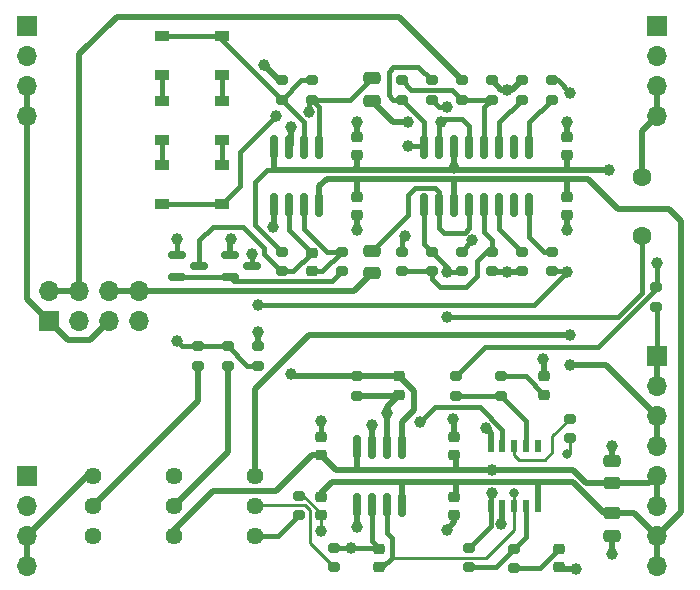
<source format=gbr>
%TF.GenerationSoftware,KiCad,Pcbnew,6.0.7-f9a2dced07~116~ubuntu22.04.1*%
%TF.CreationDate,2022-07-29T20:00:08-04:00*%
%TF.ProjectId,late_MS20_VCF_plug_in_board,6c617465-5f4d-4533-9230-5f5643465f70,0.1*%
%TF.SameCoordinates,Original*%
%TF.FileFunction,Copper,L1,Top*%
%TF.FilePolarity,Positive*%
%FSLAX46Y46*%
G04 Gerber Fmt 4.6, Leading zero omitted, Abs format (unit mm)*
G04 Created by KiCad (PCBNEW 6.0.7-f9a2dced07~116~ubuntu22.04.1) date 2022-07-29 20:00:08*
%MOMM*%
%LPD*%
G01*
G04 APERTURE LIST*
G04 Aperture macros list*
%AMRoundRect*
0 Rectangle with rounded corners*
0 $1 Rounding radius*
0 $2 $3 $4 $5 $6 $7 $8 $9 X,Y pos of 4 corners*
0 Add a 4 corners polygon primitive as box body*
4,1,4,$2,$3,$4,$5,$6,$7,$8,$9,$2,$3,0*
0 Add four circle primitives for the rounded corners*
1,1,$1+$1,$2,$3*
1,1,$1+$1,$4,$5*
1,1,$1+$1,$6,$7*
1,1,$1+$1,$8,$9*
0 Add four rect primitives between the rounded corners*
20,1,$1+$1,$2,$3,$4,$5,0*
20,1,$1+$1,$4,$5,$6,$7,0*
20,1,$1+$1,$6,$7,$8,$9,0*
20,1,$1+$1,$8,$9,$2,$3,0*%
G04 Aperture macros list end*
%TA.AperFunction,SMDPad,CuDef*%
%ADD10RoundRect,0.150000X-0.150000X0.825000X-0.150000X-0.825000X0.150000X-0.825000X0.150000X0.825000X0*%
%TD*%
%TA.AperFunction,SMDPad,CuDef*%
%ADD11RoundRect,0.225000X-0.250000X0.225000X-0.250000X-0.225000X0.250000X-0.225000X0.250000X0.225000X0*%
%TD*%
%TA.AperFunction,SMDPad,CuDef*%
%ADD12RoundRect,0.225000X0.250000X-0.225000X0.250000X0.225000X-0.250000X0.225000X-0.250000X-0.225000X0*%
%TD*%
%TA.AperFunction,SMDPad,CuDef*%
%ADD13RoundRect,0.200000X0.275000X-0.200000X0.275000X0.200000X-0.275000X0.200000X-0.275000X-0.200000X0*%
%TD*%
%TA.AperFunction,ComponentPad*%
%ADD14C,1.440000*%
%TD*%
%TA.AperFunction,SMDPad,CuDef*%
%ADD15RoundRect,0.150000X-0.587500X-0.150000X0.587500X-0.150000X0.587500X0.150000X-0.587500X0.150000X0*%
%TD*%
%TA.AperFunction,SMDPad,CuDef*%
%ADD16RoundRect,0.200000X-0.275000X0.200000X-0.275000X-0.200000X0.275000X-0.200000X0.275000X0.200000X0*%
%TD*%
%TA.AperFunction,SMDPad,CuDef*%
%ADD17R,1.200000X0.900000*%
%TD*%
%TA.AperFunction,SMDPad,CuDef*%
%ADD18RoundRect,0.250000X-0.475000X0.250000X-0.475000X-0.250000X0.475000X-0.250000X0.475000X0.250000X0*%
%TD*%
%TA.AperFunction,SMDPad,CuDef*%
%ADD19RoundRect,0.250000X0.475000X-0.250000X0.475000X0.250000X-0.475000X0.250000X-0.475000X-0.250000X0*%
%TD*%
%TA.AperFunction,ComponentPad*%
%ADD20C,1.600000*%
%TD*%
%TA.AperFunction,ComponentPad*%
%ADD21R,1.700000X1.700000*%
%TD*%
%TA.AperFunction,ComponentPad*%
%ADD22O,1.700000X1.700000*%
%TD*%
%TA.AperFunction,SMDPad,CuDef*%
%ADD23R,0.510000X1.100000*%
%TD*%
%TA.AperFunction,ViaPad*%
%ADD24C,1.000000*%
%TD*%
%TA.AperFunction,ViaPad*%
%ADD25C,0.800000*%
%TD*%
%TA.AperFunction,Conductor*%
%ADD26C,0.500000*%
%TD*%
%TA.AperFunction,Conductor*%
%ADD27C,0.290000*%
%TD*%
%TA.AperFunction,Conductor*%
%ADD28C,0.400000*%
%TD*%
G04 APERTURE END LIST*
D10*
%TO.P,U1,1*%
%TO.N,Net-(R5-Pad2)*%
X136525000Y-78805000D03*
%TO.P,U1,2,DIODE_BIAS*%
%TO.N,unconnected-(U1-Pad2)*%
X135255000Y-78805000D03*
%TO.P,U1,3,+*%
%TO.N,Net-(R4-Pad1)*%
X133985000Y-78805000D03*
%TO.P,U1,4,-*%
%TO.N,Net-(R1-Pad1)*%
X132715000Y-78805000D03*
%TO.P,U1,5*%
%TO.N,Net-(C1-Pad1)*%
X131445000Y-78805000D03*
%TO.P,U1,6,V-*%
%TO.N,-12V*%
X130175000Y-78805000D03*
%TO.P,U1,7*%
%TO.N,Net-(C1-Pad1)*%
X128905000Y-78805000D03*
%TO.P,U1,8*%
%TO.N,Net-(R3-Pad1)*%
X127635000Y-78805000D03*
%TO.P,U1,9*%
%TO.N,Net-(C3-Pad2)*%
X127635000Y-83755000D03*
%TO.P,U1,10*%
%TO.N,Net-(C2-Pad1)*%
X128905000Y-83755000D03*
%TO.P,U1,11,V+*%
%TO.N,+12V*%
X130175000Y-83755000D03*
%TO.P,U1,12*%
%TO.N,Net-(C2-Pad1)*%
X131445000Y-83755000D03*
%TO.P,U1,13,-*%
%TO.N,Net-(R11-Pad2)*%
X132715000Y-83755000D03*
%TO.P,U1,14,+*%
%TO.N,Net-(R12-Pad1)*%
X133985000Y-83755000D03*
%TO.P,U1,15,DIODE_BIAS*%
%TO.N,unconnected-(U1-Pad15)*%
X135255000Y-83755000D03*
%TO.P,U1,16*%
%TO.N,Net-(R13-Pad2)*%
X136525000Y-83755000D03*
%TD*%
D11*
%TO.P,C18,1*%
%TO.N,GND*%
X130175000Y-103352000D03*
%TO.P,C18,2*%
%TO.N,-12V*%
X130175000Y-104902000D03*
%TD*%
D12*
%TO.P,C8,1*%
%TO.N,Net-(C8-Pad1)*%
X118110000Y-89355000D03*
%TO.P,C8,2*%
%TO.N,Net-(C8-Pad2)*%
X118110000Y-87805000D03*
%TD*%
D13*
%TO.P,R2,1*%
%TO.N,Net-(R1-Pad1)*%
X133350000Y-74842500D03*
%TO.P,R2,2*%
%TO.N,GND*%
X133350000Y-73192500D03*
%TD*%
D10*
%TO.P,U3,1*%
%TO.N,/feedback_VCA/SIGNAL_OUT*%
X125730000Y-104205000D03*
%TO.P,U3,2,-*%
%TO.N,Net-(C4-Pad2)*%
X124460000Y-104205000D03*
%TO.P,U3,3,+*%
%TO.N,GND*%
X123190000Y-104205000D03*
%TO.P,U3,4,V-*%
%TO.N,-12V*%
X121920000Y-104205000D03*
%TO.P,U3,5,+*%
%TO.N,GND*%
X121920000Y-109155000D03*
%TO.P,U3,6,-*%
%TO.N,Net-(C7-Pad2)*%
X123190000Y-109155000D03*
%TO.P,U3,7*%
%TO.N,Net-(C7-Pad1)*%
X124460000Y-109155000D03*
%TO.P,U3,8,V+*%
%TO.N,+12V*%
X125730000Y-109155000D03*
%TD*%
D11*
%TO.P,C12,1*%
%TO.N,GND*%
X121920000Y-77952000D03*
%TO.P,C12,2*%
%TO.N,-12V*%
X121920000Y-79502000D03*
%TD*%
D14*
%TO.P,RV2,1,1*%
%TO.N,-12V*%
X106426000Y-111760000D03*
%TO.P,RV2,2,2*%
%TO.N,Net-(R25-Pad2)*%
X106426000Y-109220000D03*
%TO.P,RV2,3,3*%
%TO.N,GND*%
X106426000Y-106680000D03*
%TD*%
D15*
%TO.P,Q2,1,B*%
%TO.N,GND*%
X111155000Y-87950000D03*
%TO.P,Q2,2,E*%
%TO.N,Net-(Q1-Pad2)*%
X111155000Y-89850000D03*
%TO.P,Q2,3,C*%
%TO.N,/CV_scalers/SCALED_CV_OUT*%
X113030000Y-88900000D03*
%TD*%
D16*
%TO.P,R23,1*%
%TO.N,GND*%
X117043200Y-108344200D03*
%TO.P,R23,2*%
%TO.N,Net-(R23-Pad2)*%
X117043200Y-109994200D03*
%TD*%
%TO.P,R12,1*%
%TO.N,Net-(R12-Pad1)*%
X135890000Y-87717500D03*
%TO.P,R12,2*%
%TO.N,GND*%
X135890000Y-89367500D03*
%TD*%
D13*
%TO.P,R20,1*%
%TO.N,Net-(R20-Pad1)*%
X131445000Y-114410000D03*
%TO.P,R20,2*%
%TO.N,-12V*%
X131445000Y-112760000D03*
%TD*%
%TO.P,R6,1*%
%TO.N,-12V*%
X128270000Y-74842500D03*
%TO.P,R6,2*%
%TO.N,Net-(R3-Pad1)*%
X128270000Y-73192500D03*
%TD*%
D11*
%TO.P,C13,1*%
%TO.N,+12V*%
X139700000Y-83058000D03*
%TO.P,C13,2*%
%TO.N,GND*%
X139700000Y-84608000D03*
%TD*%
D17*
%TO.P,D1,1,K*%
%TO.N,Net-(C1-Pad2)*%
X105410000Y-83690000D03*
%TO.P,D1,2,A*%
%TO.N,Net-(D1-Pad2)*%
X105410000Y-80390000D03*
%TD*%
D13*
%TO.P,R1,1*%
%TO.N,Net-(R1-Pad1)*%
X130810000Y-74842500D03*
%TO.P,R1,2*%
%TO.N,Net-(J5-Pad2)*%
X130810000Y-73192500D03*
%TD*%
%TO.P,R18,1*%
%TO.N,Net-(R18-Pad1)*%
X134112000Y-99885000D03*
%TO.P,R18,2*%
%TO.N,Net-(C5-Pad1)*%
X134112000Y-98235000D03*
%TD*%
D18*
%TO.P,C9,1*%
%TO.N,+12V*%
X143510000Y-109855000D03*
%TO.P,C9,2*%
%TO.N,GND*%
X143510000Y-111755000D03*
%TD*%
D12*
%TO.P,C7,1*%
%TO.N,Net-(C7-Pad1)*%
X123825000Y-114397500D03*
%TO.P,C7,2*%
%TO.N,Net-(C7-Pad2)*%
X123825000Y-112847500D03*
%TD*%
D13*
%TO.P,R15,1*%
%TO.N,GND*%
X147218400Y-92366600D03*
%TO.P,R15,2*%
%TO.N,/feedback_VCA/SIGNAL_IN*%
X147218400Y-90716600D03*
%TD*%
D11*
%TO.P,C15,1*%
%TO.N,+12V*%
X118872000Y-108458000D03*
%TO.P,C15,2*%
%TO.N,GND*%
X118872000Y-110008000D03*
%TD*%
%TO.P,C6,1*%
%TO.N,Net-(C6-Pad1)*%
X139065000Y-112847500D03*
%TO.P,C6,2*%
%TO.N,GND*%
X139065000Y-114397500D03*
%TD*%
%TO.P,C17,1*%
%TO.N,+12V*%
X130175000Y-108458000D03*
%TO.P,C17,2*%
%TO.N,GND*%
X130175000Y-110008000D03*
%TD*%
D14*
%TO.P,RV1,1,1*%
%TO.N,GND*%
X99568000Y-111760000D03*
%TO.P,RV1,2,2*%
%TO.N,Net-(R24-Pad2)*%
X99568000Y-109220000D03*
%TO.P,RV1,3,3*%
%TO.N,/CV_scalers/RAW_CV_IN*%
X99568000Y-106680000D03*
%TD*%
D16*
%TO.P,R7,1*%
%TO.N,Net-(D5-Pad2)*%
X118110000Y-73192500D03*
%TO.P,R7,2*%
%TO.N,Net-(C1-Pad2)*%
X118110000Y-74842500D03*
%TD*%
%TO.P,R28,1*%
%TO.N,Net-(C8-Pad1)*%
X120650000Y-87717500D03*
%TO.P,R28,2*%
%TO.N,Net-(Q1-Pad2)*%
X120650000Y-89367500D03*
%TD*%
D11*
%TO.P,C16,1*%
%TO.N,GND*%
X118872000Y-103365000D03*
%TO.P,C16,2*%
%TO.N,-12V*%
X118872000Y-104915000D03*
%TD*%
D19*
%TO.P,C1,1*%
%TO.N,Net-(C1-Pad1)*%
X123190000Y-74930000D03*
%TO.P,C1,2*%
%TO.N,Net-(C1-Pad2)*%
X123190000Y-73030000D03*
%TD*%
D20*
%TO.P,C3,1*%
%TO.N,/feedback_VCA/SIGNAL_IN*%
X146050000Y-81360000D03*
%TO.P,C3,2*%
%TO.N,Net-(C3-Pad2)*%
X146050000Y-86360000D03*
%TD*%
D13*
%TO.P,R10,1*%
%TO.N,Net-(D5-Pad2)*%
X115570000Y-74842500D03*
%TO.P,R10,2*%
%TO.N,GND*%
X115570000Y-73192500D03*
%TD*%
D10*
%TO.P,U2,1*%
%TO.N,Net-(C1-Pad2)*%
X118745000Y-78805000D03*
%TO.P,U2,2,-*%
%TO.N,Net-(D5-Pad2)*%
X117475000Y-78805000D03*
%TO.P,U2,3,+*%
%TO.N,/feedback_VCA/SIGNAL_OUT*%
X116205000Y-78805000D03*
%TO.P,U2,4,V-*%
%TO.N,-12V*%
X114935000Y-78805000D03*
%TO.P,U2,5,+*%
%TO.N,GND*%
X114935000Y-83755000D03*
%TO.P,U2,6,-*%
%TO.N,Net-(C8-Pad2)*%
X116205000Y-83755000D03*
%TO.P,U2,7*%
%TO.N,Net-(C8-Pad1)*%
X117475000Y-83755000D03*
%TO.P,U2,8,V+*%
%TO.N,+12V*%
X118745000Y-83755000D03*
%TD*%
D16*
%TO.P,R24,1*%
%TO.N,Net-(Q1-Pad1)*%
X108458000Y-95695000D03*
%TO.P,R24,2*%
%TO.N,Net-(R24-Pad2)*%
X108458000Y-97345000D03*
%TD*%
D18*
%TO.P,C10,1*%
%TO.N,GND*%
X143510000Y-105415000D03*
%TO.P,C10,2*%
%TO.N,-12V*%
X143510000Y-107315000D03*
%TD*%
D21*
%TO.P,J5,1,Pin_1*%
%TO.N,/filter_core/SIGNAL_IN*%
X95885000Y-93599000D03*
D22*
%TO.P,J5,2,Pin_2*%
%TO.N,Net-(J5-Pad2)*%
X95885000Y-91059000D03*
%TO.P,J5,3,Pin_3*%
%TO.N,GND*%
X98425000Y-93599000D03*
%TO.P,J5,4,Pin_4*%
%TO.N,Net-(J5-Pad2)*%
X98425000Y-91059000D03*
%TO.P,J5,5,Pin_5*%
%TO.N,/filter_core/SIGNAL_IN*%
X100965000Y-93599000D03*
%TO.P,J5,6,Pin_6*%
%TO.N,/filter_core/HPF_INPUT_NODE*%
X100965000Y-91059000D03*
%TO.P,J5,7,Pin_7*%
%TO.N,GND*%
X103505000Y-93599000D03*
%TO.P,J5,8,Pin_8*%
%TO.N,/filter_core/HPF_INPUT_NODE*%
X103505000Y-91059000D03*
%TD*%
D15*
%TO.P,Q1,1,B*%
%TO.N,Net-(Q1-Pad1)*%
X106710000Y-87950000D03*
%TO.P,Q1,2,E*%
%TO.N,Net-(Q1-Pad2)*%
X106710000Y-89850000D03*
%TO.P,Q1,3,C*%
%TO.N,Net-(C8-Pad2)*%
X108585000Y-88900000D03*
%TD*%
D16*
%TO.P,R22,1*%
%TO.N,Net-(C7-Pad2)*%
X120015000Y-112760000D03*
%TO.P,R22,2*%
%TO.N,Net-(R22-Pad2)*%
X120015000Y-114410000D03*
%TD*%
D18*
%TO.P,C2,1*%
%TO.N,Net-(C2-Pad1)*%
X123190000Y-87630000D03*
%TO.P,C2,2*%
%TO.N,/filter_core/HPF_INPUT_NODE*%
X123190000Y-89530000D03*
%TD*%
D14*
%TO.P,RV3,1,1*%
%TO.N,Net-(R23-Pad2)*%
X113284000Y-111760000D03*
%TO.P,RV3,2,2*%
%TO.N,Net-(R22-Pad2)*%
X113284000Y-109220000D03*
%TO.P,RV3,3,3*%
%TO.N,/feedback_VCA/CV_IN*%
X113284000Y-106680000D03*
%TD*%
D17*
%TO.P,D5,1,K*%
%TO.N,Net-(D3-Pad2)*%
X105410000Y-72770000D03*
%TO.P,D5,2,A*%
%TO.N,Net-(D5-Pad2)*%
X105410000Y-69470000D03*
%TD*%
D13*
%TO.P,R13,1*%
%TO.N,/CV_scalers/SCALED_CV_OUT*%
X138430000Y-89367500D03*
%TO.P,R13,2*%
%TO.N,Net-(R13-Pad2)*%
X138430000Y-87717500D03*
%TD*%
D16*
%TO.P,R14,1*%
%TO.N,-12V*%
X130810000Y-87717500D03*
%TO.P,R14,2*%
%TO.N,Net-(C3-Pad2)*%
X130810000Y-89367500D03*
%TD*%
D17*
%TO.P,D6,1,K*%
%TO.N,Net-(D5-Pad2)*%
X110490000Y-69470000D03*
%TO.P,D6,2,A*%
%TO.N,Net-(D4-Pad1)*%
X110490000Y-72770000D03*
%TD*%
D16*
%TO.P,R25,1*%
%TO.N,Net-(Q1-Pad1)*%
X110998000Y-95695000D03*
%TO.P,R25,2*%
%TO.N,Net-(R25-Pad2)*%
X110998000Y-97345000D03*
%TD*%
%TO.P,R9,1*%
%TO.N,Net-(R11-Pad2)*%
X133350000Y-87717500D03*
%TO.P,R9,2*%
%TO.N,GND*%
X133350000Y-89367500D03*
%TD*%
%TO.P,R16,1*%
%TO.N,/feedback_VCA/SIGNAL_OUT*%
X121920000Y-98235000D03*
%TO.P,R16,2*%
%TO.N,Net-(C4-Pad2)*%
X121920000Y-99885000D03*
%TD*%
%TO.P,R11,1*%
%TO.N,Net-(C3-Pad2)*%
X128270000Y-87717500D03*
%TO.P,R11,2*%
%TO.N,Net-(R11-Pad2)*%
X128270000Y-89367500D03*
%TD*%
%TO.P,R5,1*%
%TO.N,/CV_scalers/SCALED_CV_OUT*%
X138430000Y-73192500D03*
%TO.P,R5,2*%
%TO.N,Net-(R5-Pad2)*%
X138430000Y-74842500D03*
%TD*%
D13*
%TO.P,R4,1*%
%TO.N,Net-(R4-Pad1)*%
X135890000Y-74842500D03*
%TO.P,R4,2*%
%TO.N,GND*%
X135890000Y-73192500D03*
%TD*%
%TO.P,R19,1*%
%TO.N,Net-(R18-Pad1)*%
X130302000Y-99885000D03*
%TO.P,R19,2*%
%TO.N,/feedback_VCA/SIGNAL_IN*%
X130302000Y-98235000D03*
%TD*%
D12*
%TO.P,C5,1*%
%TO.N,Net-(C5-Pad1)*%
X137795000Y-99792500D03*
%TO.P,C5,2*%
%TO.N,GND*%
X137795000Y-98242500D03*
%TD*%
D13*
%TO.P,R26,1*%
%TO.N,Net-(Q1-Pad1)*%
X113538000Y-97345000D03*
%TO.P,R26,2*%
%TO.N,GND*%
X113538000Y-95695000D03*
%TD*%
D17*
%TO.P,D2,1,K*%
%TO.N,Net-(D2-Pad1)*%
X110490000Y-80390000D03*
%TO.P,D2,2,A*%
%TO.N,Net-(C1-Pad2)*%
X110490000Y-83690000D03*
%TD*%
%TO.P,D4,1,K*%
%TO.N,Net-(D4-Pad1)*%
X110490000Y-74930000D03*
%TO.P,D4,2,A*%
%TO.N,Net-(D2-Pad1)*%
X110490000Y-78230000D03*
%TD*%
D11*
%TO.P,C11,1*%
%TO.N,+12V*%
X121920000Y-83058000D03*
%TO.P,C11,2*%
%TO.N,GND*%
X121920000Y-84608000D03*
%TD*%
D16*
%TO.P,R21,1*%
%TO.N,Net-(R20-Pad1)*%
X135255000Y-112840000D03*
%TO.P,R21,2*%
%TO.N,Net-(C6-Pad1)*%
X135255000Y-114490000D03*
%TD*%
D17*
%TO.P,D3,1,K*%
%TO.N,Net-(D1-Pad2)*%
X105410000Y-78230000D03*
%TO.P,D3,2,A*%
%TO.N,Net-(D3-Pad2)*%
X105410000Y-74930000D03*
%TD*%
D13*
%TO.P,R27,1*%
%TO.N,Net-(C8-Pad2)*%
X115570000Y-89367500D03*
%TO.P,R27,2*%
%TO.N,-12V*%
X115570000Y-87717500D03*
%TD*%
%TO.P,R8,1*%
%TO.N,Net-(R11-Pad2)*%
X125730000Y-89367500D03*
%TO.P,R8,2*%
%TO.N,Net-(R3-Pad1)*%
X125730000Y-87717500D03*
%TD*%
%TO.P,R17,1*%
%TO.N,Net-(C7-Pad1)*%
X139954000Y-103491800D03*
%TO.P,R17,2*%
%TO.N,Net-(R17-Pad2)*%
X139954000Y-101841800D03*
%TD*%
D11*
%TO.P,C14,1*%
%TO.N,GND*%
X139700000Y-77952000D03*
%TO.P,C14,2*%
%TO.N,-12V*%
X139700000Y-79502000D03*
%TD*%
%TO.P,C4,1*%
%TO.N,/feedback_VCA/SIGNAL_OUT*%
X125476000Y-98247500D03*
%TO.P,C4,2*%
%TO.N,Net-(C4-Pad2)*%
X125476000Y-99797500D03*
%TD*%
D13*
%TO.P,R3,1*%
%TO.N,Net-(R3-Pad1)*%
X125730000Y-74842500D03*
%TO.P,R3,2*%
%TO.N,Net-(R1-Pad1)*%
X125730000Y-73192500D03*
%TD*%
D23*
%TO.P,U4,1,MODE*%
%TO.N,unconnected-(U4-Pad1)*%
X137255000Y-104130000D03*
%TO.P,U4,2*%
%TO.N,Net-(R18-Pad1)*%
X136255000Y-104130000D03*
%TO.P,U4,3*%
%TO.N,Net-(R17-Pad2)*%
X135255000Y-104130000D03*
%TO.P,U4,4*%
%TO.N,Net-(C4-Pad2)*%
X134255000Y-104130000D03*
%TO.P,U4,5,GND*%
%TO.N,GND*%
X133255000Y-104130000D03*
%TO.P,U4,6,V-*%
%TO.N,-12V*%
X133255000Y-109230000D03*
%TO.P,U4,7*%
%TO.N,Net-(C7-Pad2)*%
X134255000Y-109230000D03*
%TO.P,U4,8*%
%TO.N,Net-(C7-Pad1)*%
X135255000Y-109230000D03*
%TO.P,U4,9*%
%TO.N,Net-(R20-Pad1)*%
X136255000Y-109230000D03*
%TO.P,U4,10,V+*%
%TO.N,+12V*%
X137255000Y-109230000D03*
%TD*%
D21*
%TO.P,J1,1,Pin_1*%
%TO.N,GND*%
X93980000Y-68580000D03*
D22*
%TO.P,J1,2,Pin_2*%
X93980000Y-71120000D03*
%TO.P,J1,3,Pin_3*%
%TO.N,/filter_core/SIGNAL_IN*%
X93980000Y-73660000D03*
%TO.P,J1,4,Pin_4*%
X93980000Y-76200000D03*
%TD*%
D21*
%TO.P,J2,1,Pin_1*%
%TO.N,GND*%
X93980000Y-106680000D03*
D22*
%TO.P,J2,2,Pin_2*%
X93980000Y-109220000D03*
%TO.P,J2,3,Pin_3*%
%TO.N,/CV_scalers/RAW_CV_IN*%
X93980000Y-111760000D03*
%TO.P,J2,4,Pin_4*%
X93980000Y-114300000D03*
%TD*%
D21*
%TO.P,J3,1,Pin_1*%
%TO.N,GND*%
X147320000Y-68580000D03*
D22*
%TO.P,J3,2,Pin_2*%
X147320000Y-71120000D03*
%TO.P,J3,3,Pin_3*%
%TO.N,/feedback_VCA/SIGNAL_IN*%
X147320000Y-73660000D03*
%TO.P,J3,4,Pin_4*%
X147320000Y-76200000D03*
%TD*%
D21*
%TO.P,J4,1,Pin_1*%
%TO.N,GND*%
X147320000Y-96520000D03*
D22*
%TO.P,J4,2,Pin_2*%
X147320000Y-99060000D03*
%TO.P,J4,3,Pin_3*%
%TO.N,/feedback_VCA/CV_IN*%
X147320000Y-101600000D03*
%TO.P,J4,4,Pin_4*%
X147320000Y-104140000D03*
%TO.P,J4,5,Pin_5*%
%TO.N,-12V*%
X147320000Y-106680000D03*
%TO.P,J4,6,Pin_6*%
X147320000Y-109220000D03*
%TO.P,J4,7,Pin_7*%
%TO.N,+12V*%
X147320000Y-111760000D03*
%TO.P,J4,8,Pin_8*%
X147320000Y-114300000D03*
%TD*%
D24*
%TO.N,GND*%
X114046000Y-71882000D03*
X134620000Y-89408000D03*
X143510000Y-104140000D03*
X111252000Y-86614000D03*
X121920000Y-110998000D03*
X137668000Y-96774000D03*
X121920000Y-85852000D03*
X139700000Y-76708000D03*
X139700000Y-85852000D03*
X123190000Y-102362000D03*
X121920000Y-76708000D03*
X143510000Y-113284000D03*
X113538000Y-94488000D03*
X118872000Y-102006400D03*
X130048000Y-101854000D03*
X132842000Y-102616000D03*
X140462000Y-114554000D03*
X118872000Y-111302800D03*
X114808000Y-85598000D03*
X134645400Y-73990200D03*
X129540000Y-111252000D03*
%TO.N,-12V*%
X133350000Y-108137500D03*
X131700043Y-86742043D03*
X129540000Y-75438000D03*
X143256000Y-80772000D03*
X133350000Y-106172000D03*
X130182034Y-80584500D03*
%TO.N,Net-(C1-Pad1)*%
X126238000Y-76708000D03*
X129032000Y-76708000D03*
%TO.N,Net-(C1-Pad2)*%
X117900793Y-75901207D03*
X115062000Y-76200000D03*
%TO.N,/feedback_VCA/SIGNAL_IN*%
X147320000Y-88646000D03*
%TO.N,Net-(C3-Pad2)*%
X129540000Y-93218000D03*
X129580500Y-89416520D03*
%TO.N,/feedback_VCA/SIGNAL_OUT*%
X116332000Y-77099500D03*
X116332000Y-98044000D03*
%TO.N,Net-(C4-Pad2)*%
X127254000Y-102108000D03*
X124460000Y-101346000D03*
D25*
%TO.N,Net-(C7-Pad1)*%
X135229600Y-108102400D03*
X139750800Y-104851200D03*
D24*
%TO.N,Net-(C7-Pad2)*%
X121412000Y-112776000D03*
X134154500Y-110744000D03*
%TO.N,/feedback_VCA/CV_IN*%
X139954000Y-97282000D03*
X139954000Y-94742000D03*
%TO.N,Net-(Q1-Pad1)*%
X106680000Y-86614000D03*
X106680000Y-95250000D03*
%TO.N,/CV_scalers/SCALED_CV_OUT*%
X113538000Y-92202000D03*
X139700000Y-89408000D03*
X140004800Y-74244200D03*
X113030000Y-87884000D03*
%TO.N,Net-(R3-Pad1)*%
X126238000Y-78740000D03*
X125984000Y-86360000D03*
%TD*%
D26*
%TO.N,+12V*%
X121920000Y-83058000D02*
X121920000Y-81534000D01*
X125730000Y-109155000D02*
X125730000Y-107188000D01*
X118745000Y-83755000D02*
X118745000Y-82169000D01*
X145415000Y-109855000D02*
X147320000Y-111760000D01*
X147320000Y-111760000D02*
X147320000Y-114300000D01*
X141478000Y-81534000D02*
X139700000Y-81534000D01*
X139700000Y-81534000D02*
X139700000Y-81788000D01*
X130302000Y-107188000D02*
X130302000Y-108331000D01*
X130302000Y-108331000D02*
X130175000Y-108458000D01*
X119380000Y-81534000D02*
X121920000Y-81534000D01*
X137255000Y-107347000D02*
X137414000Y-107188000D01*
X149352000Y-85090000D02*
X148336000Y-84074000D01*
X139700000Y-81788000D02*
X139700000Y-83058000D01*
X147320000Y-111760000D02*
X149352000Y-109728000D01*
X125730000Y-107188000D02*
X119837200Y-107188000D01*
X142875000Y-109855000D02*
X143510000Y-109855000D01*
X149352000Y-109728000D02*
X149352000Y-85090000D01*
X130302000Y-107188000D02*
X137414000Y-107188000D01*
X125730000Y-107188000D02*
X130302000Y-107188000D01*
X118745000Y-82169000D02*
X119380000Y-81534000D01*
X148336000Y-84074000D02*
X144018000Y-84074000D01*
X137414000Y-107188000D02*
X140208000Y-107188000D01*
X121920000Y-81534000D02*
X130048000Y-81534000D01*
X143510000Y-109855000D02*
X145415000Y-109855000D01*
X130048000Y-81534000D02*
X139700000Y-81534000D01*
X130048000Y-81534000D02*
X130175000Y-81661000D01*
X119837200Y-107188000D02*
X118872000Y-108153200D01*
X144018000Y-84074000D02*
X141478000Y-81534000D01*
X140208000Y-107188000D02*
X142875000Y-109855000D01*
X130175000Y-81661000D02*
X130175000Y-83755000D01*
X118872000Y-108153200D02*
X118872000Y-108458000D01*
X137255000Y-109230000D02*
X137255000Y-107347000D01*
%TO.N,GND*%
X147320000Y-96520000D02*
X147320000Y-99060000D01*
X133255000Y-104130000D02*
X133255000Y-103029000D01*
X135092300Y-73990200D02*
X135890000Y-73192500D01*
X140462000Y-114554000D02*
X139221500Y-114554000D01*
D27*
X118872000Y-109823142D02*
X117393058Y-108344200D01*
D26*
X143510000Y-105415000D02*
X143510000Y-104140000D01*
X139700000Y-84608000D02*
X139700000Y-85852000D01*
D28*
X118872000Y-103365000D02*
X118872000Y-102006400D01*
D26*
X130175000Y-110617000D02*
X129540000Y-111252000D01*
X111155000Y-86711000D02*
X111252000Y-86614000D01*
X133604000Y-89408000D02*
X135849500Y-89408000D01*
X121920000Y-84608000D02*
X121920000Y-85852000D01*
D28*
X147320000Y-92468200D02*
X147320000Y-96520000D01*
X147218400Y-92366600D02*
X147320000Y-92468200D01*
D26*
X123190000Y-104205000D02*
X123190000Y-102362000D01*
X139700000Y-77952000D02*
X139700000Y-76708000D01*
X115356500Y-73192500D02*
X114046000Y-71882000D01*
X113538000Y-95695000D02*
X113538000Y-94488000D01*
X133563500Y-89367500D02*
X133604000Y-89408000D01*
X121920000Y-109155000D02*
X121920000Y-110998000D01*
X133350000Y-73192500D02*
X134147700Y-73990200D01*
D27*
X118872000Y-110008000D02*
X118872000Y-109823142D01*
D26*
X135849500Y-89408000D02*
X135890000Y-89367500D01*
X137795000Y-98242500D02*
X137795000Y-96901000D01*
X130175000Y-110008000D02*
X130175000Y-110617000D01*
X143510000Y-111755000D02*
X143510000Y-113284000D01*
D27*
X118872000Y-110008000D02*
X118872000Y-111302800D01*
D26*
X114935000Y-83755000D02*
X114935000Y-85471000D01*
X130175000Y-103352000D02*
X130175000Y-101981000D01*
X111155000Y-87950000D02*
X111155000Y-86711000D01*
X133255000Y-103029000D02*
X132842000Y-102616000D01*
X139221500Y-114554000D02*
X139065000Y-114397500D01*
D27*
X117393058Y-108344200D02*
X117043200Y-108344200D01*
D26*
X121920000Y-77952000D02*
X121920000Y-76708000D01*
X137795000Y-96901000D02*
X137668000Y-96774000D01*
X114935000Y-85471000D02*
X114808000Y-85598000D01*
X133350000Y-89367500D02*
X133563500Y-89367500D01*
X130175000Y-101981000D02*
X130048000Y-101854000D01*
X134147700Y-73990200D02*
X135092300Y-73990200D01*
X115570000Y-73192500D02*
X115356500Y-73192500D01*
%TO.N,-12V*%
X118872000Y-104915000D02*
X118097000Y-104915000D01*
D28*
X130810000Y-87632086D02*
X131700043Y-86742043D01*
D26*
X109728000Y-107950000D02*
X106426000Y-111252000D01*
D28*
X114300000Y-80772000D02*
X115570000Y-80772000D01*
D26*
X130302000Y-80772000D02*
X139700000Y-80772000D01*
X121920000Y-80518000D02*
X121666000Y-80772000D01*
X106426000Y-111252000D02*
X106426000Y-111760000D01*
D28*
X133255000Y-110950000D02*
X131445000Y-112760000D01*
X113284000Y-85431500D02*
X113284000Y-81788000D01*
D26*
X143510000Y-107315000D02*
X146685000Y-107315000D01*
X115570000Y-80772000D02*
X121666000Y-80772000D01*
D28*
X130810000Y-87717500D02*
X130810000Y-87632086D01*
D26*
X121666000Y-80772000D02*
X130302000Y-80772000D01*
X130302000Y-106172000D02*
X130302000Y-105029000D01*
X130302000Y-106172000D02*
X133350000Y-106172000D01*
X115062000Y-107950000D02*
X109728000Y-107950000D01*
X121920000Y-106172000D02*
X120129000Y-106172000D01*
X147320000Y-106680000D02*
X147320000Y-109220000D01*
X143256000Y-80772000D02*
X139700000Y-80772000D01*
X133350000Y-106172000D02*
X140208000Y-106172000D01*
D28*
X129540000Y-75438000D02*
X128865500Y-75438000D01*
D26*
X118097000Y-104915000D02*
X115062000Y-107950000D01*
X130302000Y-105029000D02*
X130175000Y-104902000D01*
X130175000Y-78805000D02*
X130175000Y-80645000D01*
X141351000Y-107315000D02*
X143510000Y-107315000D01*
D28*
X115570000Y-87717500D02*
X113284000Y-85431500D01*
X133255000Y-108232500D02*
X133350000Y-108137500D01*
D26*
X120129000Y-106172000D02*
X118872000Y-104915000D01*
X114935000Y-78805000D02*
X114935000Y-80772000D01*
D28*
X133255000Y-109230000D02*
X133255000Y-110950000D01*
D26*
X121920000Y-106172000D02*
X130302000Y-106172000D01*
X146685000Y-107315000D02*
X147320000Y-106680000D01*
D28*
X133255000Y-109230000D02*
X133255000Y-108232500D01*
X128865500Y-75438000D02*
X128270000Y-74842500D01*
D26*
X139700000Y-80772000D02*
X139700000Y-79502000D01*
X130175000Y-80645000D02*
X130302000Y-80772000D01*
X121920000Y-104205000D02*
X121920000Y-106172000D01*
X121920000Y-79502000D02*
X121920000Y-80518000D01*
X114935000Y-80772000D02*
X115570000Y-80772000D01*
D28*
X113284000Y-81788000D02*
X114300000Y-80772000D01*
D26*
X140208000Y-106172000D02*
X141351000Y-107315000D01*
%TO.N,Net-(C1-Pad1)*%
X123190000Y-74930000D02*
X124968000Y-76708000D01*
D28*
X129032000Y-76708000D02*
X128905000Y-76835000D01*
X129286000Y-76454000D02*
X129032000Y-76708000D01*
X131445000Y-78805000D02*
X131445000Y-77089000D01*
X130810000Y-76454000D02*
X129286000Y-76454000D01*
D26*
X124968000Y-76708000D02*
X126238000Y-76708000D01*
D28*
X131445000Y-77089000D02*
X130810000Y-76454000D01*
X128905000Y-76835000D02*
X128905000Y-78805000D01*
%TO.N,Net-(C1-Pad2)*%
X117900793Y-75901207D02*
X117900793Y-75051707D01*
X118110000Y-74842500D02*
X118745000Y-75477500D01*
X117900793Y-75051707D02*
X118110000Y-74842500D01*
X118110000Y-74842500D02*
X121377500Y-74842500D01*
X112014000Y-79248000D02*
X115062000Y-76200000D01*
X118745000Y-75477500D02*
X118745000Y-78805000D01*
X112014000Y-82166000D02*
X112014000Y-79248000D01*
X105410000Y-83690000D02*
X110490000Y-83690000D01*
X121377500Y-74842500D02*
X123190000Y-73030000D01*
X110490000Y-83690000D02*
X112014000Y-82166000D01*
%TO.N,Net-(C2-Pad1)*%
X129286000Y-86106000D02*
X128905000Y-85725000D01*
X128524000Y-82270600D02*
X126822200Y-82270600D01*
X128905000Y-82651600D02*
X128524000Y-82270600D01*
X126822200Y-82270600D02*
X126238000Y-82854800D01*
X128905000Y-83755000D02*
X128905000Y-82651600D01*
X131445000Y-83755000D02*
X131445000Y-85725000D01*
X126238000Y-84582000D02*
X123190000Y-87630000D01*
X126238000Y-82854800D02*
X126238000Y-84582000D01*
X128905000Y-85725000D02*
X128905000Y-83755000D01*
X131445000Y-85725000D02*
X131064000Y-86106000D01*
X131064000Y-86106000D02*
X129286000Y-86106000D01*
D26*
%TO.N,/filter_core/HPF_INPUT_NODE*%
X103505000Y-91059000D02*
X121661000Y-91059000D01*
X121661000Y-91059000D02*
X123190000Y-89530000D01*
X100965000Y-91059000D02*
X103505000Y-91059000D01*
%TO.N,/feedback_VCA/SIGNAL_IN*%
X147320000Y-73660000D02*
X147320000Y-76200000D01*
X146050000Y-77470000D02*
X147320000Y-76200000D01*
D28*
X147320000Y-90763849D02*
X142325849Y-95758000D01*
X132779000Y-95758000D02*
X130302000Y-98235000D01*
D26*
X146050000Y-81360000D02*
X146050000Y-77470000D01*
D28*
X142325849Y-95758000D02*
X132779000Y-95758000D01*
X147320000Y-88646000D02*
X147320000Y-90763849D01*
%TO.N,Net-(C3-Pad2)*%
X144018000Y-93218000D02*
X146050000Y-91186000D01*
X130760980Y-89416520D02*
X130810000Y-89367500D01*
X129580500Y-89416520D02*
X130760980Y-89416520D01*
X146050000Y-91186000D02*
X146050000Y-86360000D01*
X129580500Y-89028000D02*
X128270000Y-87717500D01*
X129580500Y-89416520D02*
X129580500Y-89028000D01*
X129540000Y-93218000D02*
X144018000Y-93218000D01*
X127635000Y-87082500D02*
X128270000Y-87717500D01*
X127635000Y-83755000D02*
X127635000Y-87082500D01*
D26*
%TO.N,/feedback_VCA/SIGNAL_OUT*%
X125730000Y-102108000D02*
X126746000Y-101092000D01*
X125730000Y-104205000D02*
X125730000Y-102108000D01*
X126746000Y-101092000D02*
X126746000Y-99517500D01*
X125476000Y-98247500D02*
X121932500Y-98247500D01*
X116332000Y-78678000D02*
X116205000Y-78805000D01*
X116523000Y-98235000D02*
X116332000Y-98044000D01*
X126746000Y-99517500D02*
X125476000Y-98247500D01*
X121932500Y-98247500D02*
X121920000Y-98235000D01*
X121920000Y-98235000D02*
X116523000Y-98235000D01*
X116332000Y-77099500D02*
X116332000Y-78678000D01*
D28*
%TO.N,Net-(C4-Pad2)*%
X134255000Y-104130000D02*
X134255000Y-102756898D01*
D26*
X121920000Y-99885000D02*
X125388500Y-99885000D01*
X124460000Y-104205000D02*
X124460000Y-101346000D01*
D28*
X132336102Y-100838000D02*
X128524000Y-100838000D01*
D26*
X125388500Y-99885000D02*
X125476000Y-99797500D01*
D28*
X128524000Y-100838000D02*
X127254000Y-102108000D01*
D26*
X124460000Y-100813500D02*
X125476000Y-99797500D01*
D28*
X134255000Y-102756898D02*
X132336102Y-100838000D01*
D26*
X124460000Y-101346000D02*
X124460000Y-100813500D01*
D28*
%TO.N,Net-(C5-Pad1)*%
X134112000Y-98235000D02*
X136237500Y-98235000D01*
X136237500Y-98235000D02*
X137795000Y-99792500D01*
%TO.N,Net-(C6-Pad1)*%
X137422500Y-114490000D02*
X139065000Y-112847500D01*
X135255000Y-114490000D02*
X137422500Y-114490000D01*
D27*
%TO.N,Net-(C7-Pad1)*%
X135255000Y-111226600D02*
X132892800Y-113588800D01*
D28*
X124866400Y-113356100D02*
X124866400Y-113588800D01*
X124460000Y-111506000D02*
X124866400Y-111912400D01*
X124866400Y-113588800D02*
X124057700Y-114397500D01*
X124057700Y-114397500D02*
X123825000Y-114397500D01*
X124866400Y-111912400D02*
X124866400Y-113356100D01*
D27*
X132892800Y-113588800D02*
X125099100Y-113588800D01*
D28*
X124460000Y-109155000D02*
X124460000Y-111506000D01*
D27*
X125099100Y-113588800D02*
X124866400Y-113356100D01*
X139954000Y-103491800D02*
X139954000Y-104648000D01*
X135229600Y-109204600D02*
X135255000Y-109230000D01*
X139954000Y-104648000D02*
X139750800Y-104851200D01*
X135229600Y-108102400D02*
X135229600Y-109204600D01*
X135255000Y-109230000D02*
X135255000Y-111226600D01*
D28*
%TO.N,Net-(C7-Pad2)*%
X121396000Y-112760000D02*
X121412000Y-112776000D01*
X123190000Y-112212500D02*
X123825000Y-112847500D01*
X120015000Y-112760000D02*
X121396000Y-112760000D01*
X121412000Y-112776000D02*
X123753500Y-112776000D01*
D26*
X134255000Y-110643500D02*
X134154500Y-110744000D01*
D28*
X123753500Y-112776000D02*
X123825000Y-112847500D01*
X123190000Y-109155000D02*
X123190000Y-112212500D01*
D26*
X134255000Y-109230000D02*
X134255000Y-110643500D01*
D28*
%TO.N,Net-(C8-Pad1)*%
X119380704Y-87717500D02*
X120650000Y-87717500D01*
X117475000Y-85811796D02*
X119380704Y-87717500D01*
X118110000Y-89355000D02*
X119012500Y-89355000D01*
X117475000Y-83755000D02*
X117475000Y-85811796D01*
X119012500Y-89355000D02*
X120650000Y-87717500D01*
%TO.N,Net-(C8-Pad2)*%
X109728000Y-85598000D02*
X108585000Y-86741000D01*
X116205000Y-85900000D02*
X118110000Y-87805000D01*
X108585000Y-86741000D02*
X108585000Y-88900000D01*
X116547500Y-89367500D02*
X118110000Y-87805000D01*
X115570000Y-89367500D02*
X116547500Y-89367500D01*
X114046000Y-87884000D02*
X114046000Y-87376000D01*
X116205000Y-83755000D02*
X116205000Y-85900000D01*
X115529500Y-89367500D02*
X114046000Y-87884000D01*
X114046000Y-87376000D02*
X112268000Y-85598000D01*
X112268000Y-85598000D02*
X109728000Y-85598000D01*
X115570000Y-89367500D02*
X115529500Y-89367500D01*
%TO.N,Net-(D1-Pad2)*%
X105410000Y-78230000D02*
X105410000Y-80390000D01*
%TO.N,Net-(D2-Pad1)*%
X110490000Y-78230000D02*
X110490000Y-80390000D01*
%TO.N,Net-(D3-Pad2)*%
X105410000Y-72770000D02*
X105410000Y-74930000D01*
%TO.N,Net-(D4-Pad1)*%
X110490000Y-72770000D02*
X110490000Y-74930000D01*
%TO.N,Net-(D5-Pad2)*%
X110490000Y-69470000D02*
X105410000Y-69470000D01*
X117475000Y-76747500D02*
X115570000Y-74842500D01*
X117220000Y-73192500D02*
X115570000Y-74842500D01*
X115570000Y-74842500D02*
X110490000Y-69762500D01*
X117475000Y-78805000D02*
X117475000Y-76747500D01*
X118110000Y-73192500D02*
X117220000Y-73192500D01*
X110490000Y-69762500D02*
X110490000Y-69470000D01*
D26*
%TO.N,/filter_core/SIGNAL_IN*%
X99364800Y-95199200D02*
X97485200Y-95199200D01*
X97485200Y-95199200D02*
X95885000Y-93599000D01*
X100965000Y-93599000D02*
X99364800Y-95199200D01*
X93980000Y-91694000D02*
X93980000Y-76200000D01*
X95885000Y-93599000D02*
X93980000Y-91694000D01*
X93980000Y-73660000D02*
X93980000Y-76200000D01*
%TO.N,/CV_scalers/RAW_CV_IN*%
X93980000Y-114300000D02*
X93980000Y-111760000D01*
X93980000Y-111760000D02*
X99060000Y-106680000D01*
X99060000Y-106680000D02*
X99568000Y-106680000D01*
%TO.N,/feedback_VCA/CV_IN*%
X117856000Y-94742000D02*
X113284000Y-99314000D01*
X113284000Y-99314000D02*
X113284000Y-106680000D01*
X139954000Y-94742000D02*
X117856000Y-94742000D01*
X147320000Y-101600000D02*
X147320000Y-104140000D01*
X147320000Y-101600000D02*
X143002000Y-97282000D01*
X143002000Y-97282000D02*
X139954000Y-97282000D01*
%TO.N,Net-(J5-Pad2)*%
X130810000Y-73152000D02*
X125476000Y-67818000D01*
X130810000Y-73192500D02*
X130810000Y-73152000D01*
X125476000Y-67818000D02*
X101600000Y-67818000D01*
X98425000Y-70993000D02*
X98425000Y-91059000D01*
X101600000Y-67818000D02*
X98425000Y-70993000D01*
X95885000Y-91059000D02*
X98425000Y-91059000D01*
D28*
%TO.N,Net-(Q1-Pad1)*%
X112648000Y-97345000D02*
X110998000Y-95695000D01*
X107125000Y-95695000D02*
X106680000Y-95250000D01*
X108458000Y-95695000D02*
X110998000Y-95695000D01*
X106680000Y-86614000D02*
X106680000Y-87920000D01*
X113538000Y-97345000D02*
X112648000Y-97345000D01*
X106680000Y-87920000D02*
X106710000Y-87950000D01*
X108458000Y-95695000D02*
X107125000Y-95695000D01*
%TO.N,Net-(Q1-Pad2)*%
X106710000Y-89850000D02*
X111155000Y-89850000D01*
X111509520Y-90204520D02*
X111155000Y-89850000D01*
X119812980Y-90204520D02*
X111509520Y-90204520D01*
X120650000Y-89367500D02*
X119812980Y-90204520D01*
%TO.N,/CV_scalers/SCALED_CV_OUT*%
X139700000Y-89408000D02*
X136906000Y-92202000D01*
X139659500Y-89367500D02*
X139700000Y-89408000D01*
X138953100Y-73192500D02*
X140004800Y-74244200D01*
X113030000Y-87884000D02*
X113030000Y-88900000D01*
X138430000Y-73192500D02*
X138953100Y-73192500D01*
X138430000Y-89367500D02*
X139659500Y-89367500D01*
X136906000Y-92202000D02*
X113538000Y-92202000D01*
%TO.N,Net-(R1-Pad1)*%
X132715000Y-78805000D02*
X132715000Y-75477500D01*
X132715000Y-75477500D02*
X133350000Y-74842500D01*
X130810000Y-74842500D02*
X129983100Y-74015600D01*
X126553100Y-74015600D02*
X125730000Y-73192500D01*
X129983100Y-74015600D02*
X126553100Y-74015600D01*
X130810000Y-74842500D02*
X133350000Y-74842500D01*
%TO.N,Net-(R3-Pad1)*%
X125730000Y-87717500D02*
X125730000Y-86614000D01*
X127570000Y-78740000D02*
X127635000Y-78805000D01*
X124612400Y-74447400D02*
X124612400Y-72440800D01*
X125730000Y-74842500D02*
X125007500Y-74842500D01*
X127635000Y-78805000D02*
X127635000Y-76747500D01*
X125007500Y-74842500D02*
X124612400Y-74447400D01*
X127111900Y-72034400D02*
X128270000Y-73192500D01*
X125730000Y-86614000D02*
X125984000Y-86360000D01*
X127635000Y-76747500D02*
X125730000Y-74842500D01*
X124612400Y-72440800D02*
X125018800Y-72034400D01*
X125018800Y-72034400D02*
X127111900Y-72034400D01*
X126238000Y-78740000D02*
X127570000Y-78740000D01*
%TO.N,Net-(R4-Pad1)*%
X133985000Y-76747500D02*
X133985000Y-78805000D01*
X135890000Y-74842500D02*
X133985000Y-76747500D01*
%TO.N,Net-(R5-Pad2)*%
X136525000Y-76747500D02*
X138430000Y-74842500D01*
X136525000Y-78805000D02*
X136525000Y-76747500D01*
%TO.N,Net-(R11-Pad2)*%
X132715000Y-86029800D02*
X133350000Y-86664800D01*
X125730000Y-89367500D02*
X128270000Y-89367500D01*
X128981200Y-90678000D02*
X131165600Y-90678000D01*
X128270000Y-89367500D02*
X128270000Y-89966800D01*
X131165600Y-90678000D02*
X132130800Y-89712800D01*
X132130800Y-88442800D02*
X132856100Y-87717500D01*
X132856100Y-87717500D02*
X133350000Y-87717500D01*
X133350000Y-86664800D02*
X133350000Y-87717500D01*
X132715000Y-83755000D02*
X132715000Y-86029800D01*
X132130800Y-89712800D02*
X132130800Y-88442800D01*
X128270000Y-89966800D02*
X128981200Y-90678000D01*
%TO.N,Net-(R12-Pad1)*%
X133985000Y-83755000D02*
X133985000Y-85812500D01*
X133985000Y-85812500D02*
X135890000Y-87717500D01*
%TO.N,Net-(R13-Pad2)*%
X136525000Y-83755000D02*
X136525000Y-86487000D01*
X137755500Y-87717500D02*
X138430000Y-87717500D01*
X136525000Y-86487000D02*
X137755500Y-87717500D01*
D27*
%TO.N,Net-(R17-Pad2)*%
X137845800Y-105308400D02*
X138480800Y-104673400D01*
X138480800Y-103315000D02*
X139954000Y-101841800D01*
X135255000Y-104902000D02*
X135661400Y-105308400D01*
X138480800Y-104673400D02*
X138480800Y-103315000D01*
X135661400Y-105308400D02*
X137845800Y-105308400D01*
X135255000Y-104130000D02*
X135255000Y-104902000D01*
D28*
%TO.N,Net-(R18-Pad1)*%
X136255000Y-104130000D02*
X136255000Y-102028000D01*
X134112000Y-99885000D02*
X130302000Y-99885000D01*
X136255000Y-102028000D02*
X134112000Y-99885000D01*
%TO.N,Net-(R20-Pad1)*%
X136255000Y-111840000D02*
X135255000Y-112840000D01*
X133685000Y-114410000D02*
X135255000Y-112840000D01*
X136255000Y-109230000D02*
X136255000Y-111840000D01*
X131445000Y-114410000D02*
X133685000Y-114410000D01*
D27*
%TO.N,Net-(R22-Pad2)*%
X113334800Y-109169200D02*
X113284000Y-109220000D01*
X120015000Y-114410000D02*
X117957600Y-112352600D01*
X117957600Y-112352600D02*
X117957600Y-109601000D01*
X117525800Y-109169200D02*
X113334800Y-109169200D01*
X117957600Y-109601000D02*
X117525800Y-109169200D01*
D28*
%TO.N,Net-(R23-Pad2)*%
X115277400Y-111760000D02*
X117043200Y-109994200D01*
X113284000Y-111760000D02*
X115277400Y-111760000D01*
D26*
%TO.N,Net-(R24-Pad2)*%
X108458000Y-100330000D02*
X108458000Y-97345000D01*
X99568000Y-109220000D02*
X108458000Y-100330000D01*
%TO.N,Net-(R25-Pad2)*%
X106426000Y-109220000D02*
X110998000Y-104648000D01*
X110998000Y-104648000D02*
X110998000Y-97345000D01*
%TD*%
M02*

</source>
